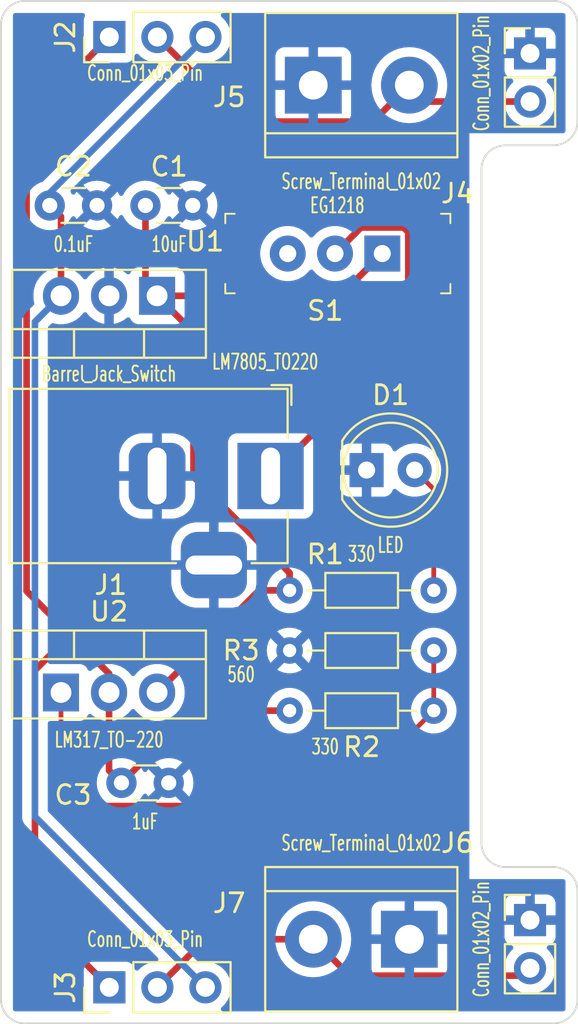
<source format=kicad_pcb>
(kicad_pcb (version 20221018) (generator pcbnew)
  (layers (0 "F.Cu" signal) (31 "B.Cu" signal) (34 "B.Paste" user) (35 "F.Paste" user) (36 "B.SilkS" user "B.Silkscreen") (37 "F.SilkS" user "F.Silkscreen") (38 "B.Mask" user) (39 "F.Mask" user) (44 "Edge.Cuts" user))
  (net 0 "")
  (net 1 "/12V")
  (net 2 "GND")
  (net 3 "/5V")
  (net 4 "/3V3")
  (net 5 "Net-(D1-A)")
  (net 6 "/PWR_input")
  (net 7 "/PWR_out1")
  (net 8 "/PWR_out2")
  (net 9 "Net-(U2-ADJ)")
  (footprint "Capacitor_THT:C_Disc_D3.0mm_W1.6mm_P2.50mm" (layer "F.Cu") (at 81.3 103.505)
    (fp_text reference "C3" (at -2.56 0.635) (layer "F.SilkS"))
    (fp_text value "1uF" (at 1.25 2.05) (layer "F.SilkS") (effects (font (size 0.8 0.5) (thickness 0.1))))
    (fp_line (start 0.621 -0.92) (end 1.879 -0.92) (stroke (width 0.12)) (layer "F.SilkS"))
    (fp_line (start 0.621 0.92) (end 1.879 0.92) (stroke (width 0.12)) (layer "F.SilkS"))
    (pad "1" thru_hole circle (at 0 0) (size 1.6 1.6) (drill 0.8) (layers "*.Cu" "*.Mask") (net 4 "/3V3"))
    (pad "2" thru_hole circle (at 2.5 0) (size 1.6 1.6) (drill 0.8) (layers "*.Cu" "*.Mask") (net 2 "GND"))
  )
  (footprint "Capacitor_THT:C_Disc_D3.0mm_W1.6mm_P2.50mm" (layer "F.Cu") (at 77.51 73.025)
    (fp_text reference "C2" (at 1.25 -2.05) (layer "F.SilkS"))
    (fp_text value "0.1uF" (at 1.25 2.05) (layer "F.SilkS") (effects (font (size 0.8 0.5) (thickness 0.1))))
    (fp_line (start 0.621 -0.92) (end 1.879 -0.92) (stroke (width 0.12)) (layer "F.SilkS"))
    (fp_line (start 0.621 0.92) (end 1.879 0.92) (stroke (width 0.12)) (layer "F.SilkS"))
    (pad "1" thru_hole circle (at 0 0) (size 1.6 1.6) (drill 0.8) (layers "*.Cu" "*.Mask") (net 3 "/5V"))
    (pad "2" thru_hole circle (at 2.5 0) (size 1.6 1.6) (drill 0.8) (layers "*.Cu" "*.Mask") (net 2 "GND"))
  )
  (footprint "Resistor_THT:R_Axial_DIN0204_L3.6mm_D1.6mm_P7.62mm_Horizontal" (layer "F.Cu") (at 97.81 93.345 180)
    (fp_text reference "R1" (at 5.735 1.905) (layer "F.SilkS"))
    (fp_text value "330" (at 3.81 1.92) (layer "F.SilkS") (effects (font (size 0.8 0.5) (thickness 0.1))))
    (fp_line (start 0.94 0) (end 1.89 0) (stroke (width 0.12)) (layer "F.SilkS"))
    (fp_line (start 1.89 -0.92) (end 1.89 0.92) (stroke (width 0.12)) (layer "F.SilkS"))
    (fp_line (start 1.89 0.92) (end 5.73 0.92) (stroke (width 0.12)) (layer "F.SilkS"))
    (fp_line (start 5.73 -0.92) (end 1.89 -0.92) (stroke (width 0.12)) (layer "F.SilkS"))
    (fp_line (start 5.73 0.92) (end 5.73 -0.92) (stroke (width 0.12)) (layer "F.SilkS"))
    (fp_line (start 6.68 0) (end 5.73 0) (stroke (width 0.12)) (layer "F.SilkS"))
    (pad "1" thru_hole circle (at 0 0 180) (size 1.4 1.4) (drill 0.7) (layers "*.Cu" "*.Mask") (net 5 "Net-(D1-A)"))
    (pad "2" thru_hole oval (at 7.62 0 180) (size 1.4 1.4) (drill 0.7) (layers "*.Cu" "*.Mask") (net 1 "/12V"))
  )
  (footprint "Capacitor_THT:C_Disc_D3.0mm_W1.6mm_P2.50mm" (layer "F.Cu") (at 82.57 73.025)
    (fp_text reference "C1" (at 1.25 -2.05) (layer "F.SilkS"))
    (fp_text value "10uF" (at 1.25 2.05) (layer "F.SilkS") (effects (font (size 0.8 0.5) (thickness 0.1))))
    (fp_line (start 0.621 -0.92) (end 1.879 -0.92) (stroke (width 0.12)) (layer "F.SilkS"))
    (fp_line (start 0.621 0.92) (end 1.879 0.92) (stroke (width 0.12)) (layer "F.SilkS"))
    (pad "1" thru_hole circle (at 0 0) (size 1.6 1.6) (drill 0.8) (layers "*.Cu" "*.Mask") (net 1 "/12V"))
    (pad "2" thru_hole circle (at 2.5 0) (size 1.6 1.6) (drill 0.8) (layers "*.Cu" "*.Mask") (net 2 "GND"))
  )
  (footprint "Connector_PinHeader_2.54mm:PinHeader_1x02_P2.54mm_Vertical" (layer "F.Cu") (at 102.9 110.75)
    (fp_text reference "J6" (at -3.84 -4.07) (layer "F.SilkS"))
    (fp_text value "Conn_01x02_Pin" (at -2.57 1.01 90) (layer "F.SilkS") (effects (font (size 0.8 0.5) (thickness 0.1))))
    (fp_line (start -1.33 -1.33) (end 0 -1.33) (stroke (width 0.12)) (layer "F.SilkS"))
    (fp_line (start -1.33 0) (end -1.33 -1.33) (stroke (width 0.12)) (layer "F.SilkS"))
    (fp_line (start -1.33 1.27) (end -1.33 3.87) (stroke (width 0.12)) (layer "F.SilkS"))
    (fp_line (start -1.33 1.27) (end 1.33 1.27) (stroke (width 0.12)) (layer "F.SilkS"))
    (fp_line (start -1.33 3.87) (end 1.33 3.87) (stroke (width 0.12)) (layer "F.SilkS"))
    (fp_line (start 1.33 1.27) (end 1.33 3.87) (stroke (width 0.12)) (layer "F.SilkS"))
    (pad "1" thru_hole rect locked (at 0 0) (size 1.7 1.7) (drill 1) (layers "*.Cu" "*.Mask") (net 2 "GND"))
    (pad "2" thru_hole oval locked (at 0 2.54) (size 1.7 1.7) (drill 1) (layers "*.Cu" "*.Mask") (net 8 "/PWR_out2"))
  )
  (footprint "Connector_PinHeader_2.54mm:PinHeader_1x03_P2.54mm_Vertical" (layer "F.Cu") (at 80.66 64.135 90)
    (fp_text reference "J2" (at 0 -2.33 90) (layer "F.SilkS"))
    (fp_text value "Conn_01x03_Pin" (at -1.905 1.89) (layer "F.SilkS") (effects (font (size 0.8 0.5) (thickness 0.1))))
    (fp_line (start -1.33 -1.33) (end 0 -1.33) (stroke (width 0.12)) (layer "F.SilkS"))
    (fp_line (start -1.33 0) (end -1.33 -1.33) (stroke (width 0.12)) (layer "F.SilkS"))
    (fp_line (start -1.33 1.27) (end -1.33 6.41) (stroke (width 0.12)) (layer "F.SilkS"))
    (fp_line (start -1.33 1.27) (end 1.33 1.27) (stroke (width 0.12)) (layer "F.SilkS"))
    (fp_line (start -1.33 6.41) (end 1.33 6.41) (stroke (width 0.12)) (layer "F.SilkS"))
    (fp_line (start 1.33 1.27) (end 1.33 6.41) (stroke (width 0.12)) (layer "F.SilkS"))
    (pad "1" thru_hole rect (at 0 0 90) (size 1.7 1.7) (drill 1) (layers "*.Cu" "*.Mask") (net 4 "/3V3"))
    (pad "2" thru_hole oval (at 0 2.54 90) (size 1.7 1.7) (drill 1) (layers "*.Cu" "*.Mask") (net 7 "/PWR_out1"))
    (pad "3" thru_hole oval (at 0 5.08 90) (size 1.7 1.7) (drill 1) (layers "*.Cu" "*.Mask") (net 3 "/5V"))
  )
  (footprint "TerminalBlock:TerminalBlock_bornier-2_P5.08mm" (layer "F.Cu") (at 91.44 66.675)
    (fp_text reference "J5" (at -4.445 0.635) (layer "F.SilkS"))
    (fp_text value "Screw_Terminal_01x02" (at 2.54 5.08) (layer "F.SilkS") (effects (font (size 0.8 0.5) (thickness 0.1))))
    (fp_line (start -2.54 -3.81) (end -2.54 3.81) (stroke (width 0.12)) (layer "F.SilkS"))
    (fp_line (start -2.54 3.81) (end 7.62 3.81) (stroke (width 0.12)) (layer "F.SilkS"))
    (fp_line (start 7.62 -3.81) (end -2.54 -3.81) (stroke (width 0.12)) (layer "F.SilkS"))
    (fp_line (start 7.62 2.54) (end -2.54 2.54) (stroke (width 0.12)) (layer "F.SilkS"))
    (fp_line (start 7.62 3.81) (end 7.62 -3.81) (stroke (width 0.12)) (layer "F.SilkS"))
    (pad "1" thru_hole rect locked (at 0 0) (size 3 3) (drill 1.52) (layers "*.Cu" "*.Mask") (net 2 "GND"))
    (pad "2" thru_hole circle locked (at 5.08 0) (size 3 3) (drill 1.52) (layers "*.Cu" "*.Mask") (net 7 "/PWR_out1"))
  )
  (footprint "TerminalBlock:TerminalBlock_bornier-2_P5.08mm" (layer "F.Cu") (at 96.52 111.76 180)
    (fp_text reference "J7" (at 9.525 1.905) (layer "F.SilkS"))
    (fp_text value "Screw_Terminal_01x02" (at 2.54 5.08) (layer "F.SilkS") (effects (font (size 0.8 0.5) (thickness 0.1))))
    (fp_line (start -2.54 -3.81) (end -2.54 3.81) (stroke (width 0.12)) (layer "F.SilkS"))
    (fp_line (start -2.54 3.81) (end 7.62 3.81) (stroke (width 0.12)) (layer "F.SilkS"))
    (fp_line (start 7.62 -3.81) (end -2.54 -3.81) (stroke (width 0.12)) (layer "F.SilkS"))
    (fp_line (start 7.62 2.54) (end -2.54 2.54) (stroke (width 0.12)) (layer "F.SilkS"))
    (fp_line (start 7.62 3.81) (end 7.62 -3.81) (stroke (width 0.12)) (layer "F.SilkS"))
    (pad "1" thru_hole rect locked (at 0 0 180) (size 3 3) (drill 1.52) (layers "*.Cu" "*.Mask") (net 2 "GND"))
    (pad "2" thru_hole circle locked (at 5.08 0 180) (size 3 3) (drill 1.52) (layers "*.Cu" "*.Mask") (net 8 "/PWR_out2"))
  )
  (footprint "digikey-footprints:Switch_Slide_11.6x4mm_EG1218" (layer "F.Cu") (at 95.09 75.565 180)
    (fp_text reference "S1" (at 3.015 -3.02) (layer "F.SilkS"))
    (fp_text value "EG1218" (at 2.38 2.54) (layer "F.SilkS") (effects (font (size 0.8 0.5) (thickness 0.1))))
    (fp_line (start -3.6 -2.1) (end -3.6 -1.6) (stroke (width 0.1)) (layer "F.SilkS"))
    (fp_line (start -3.6 -2.1) (end -3.1 -2.1) (stroke (width 0.1)) (layer "F.SilkS"))
    (fp_line (start -3.6 2.1) (end -3.6 1.6) (stroke (width 0.1)) (layer "F.SilkS"))
    (fp_line (start -3.6 2.1) (end -3.1 2.1) (stroke (width 0.1)) (layer "F.SilkS"))
    (fp_line (start 8.3 -2.1) (end 7.8 -2.1) (stroke (width 0.1)) (layer "F.SilkS"))
    (fp_line (start 8.3 -2.1) (end 8.3 -1.6) (stroke (width 0.1)) (layer "F.SilkS"))
    (fp_line (start 8.3 2.1) (end 7.8 2.1) (stroke (width 0.1)) (layer "F.SilkS"))
    (fp_line (start 8.3 2.1) (end 8.3 1.6) (stroke (width 0.1)) (layer "F.SilkS"))
    (pad "1" thru_hole rect (at 0 0 180) (size 1.9 1.9) (drill 0.9) (layers "*.Cu" "*.Mask") (net 1 "/12V"))
    (pad "2" thru_hole circle (at 2.5 0 180) (size 1.9 1.9) (drill 0.9) (layers "*.Cu" "*.Mask") (net 6 "/PWR_input"))
    (pad "3" thru_hole circle (at 5 0 180) (size 1.9 1.9) (drill 0.9) (layers "*.Cu" "*.Mask"))
  )
  (footprint "Package_TO_SOT_THT:TO-220-3_Vertical" (layer "F.Cu") (at 83.185 77.795 180)
    (fp_text reference "U1" (at -2.54 2.865) (layer "F.SilkS"))
    (fp_text value "LM7805_TO220" (at -5.715 -3.485 180) (layer "F.SilkS") (effects (font (size 0.8 0.5) (thickness 0.1))))
    (fp_line (start -2.58 -3.27) (end -2.58 1.371) (stroke (width 0.12)) (layer "F.SilkS"))
    (fp_line (start -2.58 -3.27) (end 7.66 -3.27) (stroke (width 0.12)) (layer "F.SilkS"))
    (fp_line (start -2.58 -1.76) (end 7.66 -1.76) (stroke (width 0.12)) (layer "F.SilkS"))
    (fp_line (start -2.58 1.371) (end 7.66 1.371) (stroke (width 0.12)) (layer "F.SilkS"))
    (fp_line (start 0.69 -3.27) (end 0.69 -1.76) (stroke (width 0.12)) (layer "F.SilkS"))
    (fp_line (start 4.391 -3.27) (end 4.391 -1.76) (stroke (width 0.12)) (layer "F.SilkS"))
    (fp_line (start 7.66 -3.27) (end 7.66 1.371) (stroke (width 0.12)) (layer "F.SilkS"))
    (pad "1" thru_hole rect (at 0 0 180) (size 1.905 2) (drill 1.1) (layers "*.Cu" "*.Mask") (net 1 "/12V"))
    (pad "2" thru_hole oval (at 2.54 0 180) (size 1.905 2) (drill 1.1) (layers "*.Cu" "*.Mask") (net 2 "GND"))
    (pad "3" thru_hole oval (at 5.08 0 180) (size 1.905 2) (drill 1.1) (layers "*.Cu" "*.Mask") (net 3 "/5V"))
  )
  (footprint "Connector_PinHeader_2.54mm:PinHeader_1x02_P2.54mm_Vertical" (layer "F.Cu") (at 102.9 65)
    (fp_text reference "J4" (at -3.84 7.39) (layer "F.SilkS"))
    (fp_text value "Conn_01x02_Pin" (at -2.57 1.04 90) (layer "F.SilkS") (effects (font (size 0.8 0.5) (thickness 0.1))))
    (fp_line (start -1.33 -1.33) (end 0 -1.33) (stroke (width 0.12)) (layer "F.SilkS"))
    (fp_line (start -1.33 0) (end -1.33 -1.33) (stroke (width 0.12)) (layer "F.SilkS"))
    (fp_line (start -1.33 1.27) (end -1.33 3.87) (stroke (width 0.12)) (layer "F.SilkS"))
    (fp_line (start -1.33 1.27) (end 1.33 1.27) (stroke (width 0.12)) (layer "F.SilkS"))
    (fp_line (start -1.33 3.87) (end 1.33 3.87) (stroke (width 0.12)) (layer "F.SilkS"))
    (fp_line (start 1.33 1.27) (end 1.33 3.87) (stroke (width 0.12)) (layer "F.SilkS"))
    (pad "1" thru_hole rect locked (at 0 0) (size 1.7 1.7) (drill 1) (layers "*.Cu" "*.Mask") (net 2 "GND"))
    (pad "2" thru_hole oval locked (at 0 2.54) (size 1.7 1.7) (drill 1) (layers "*.Cu" "*.Mask") (net 7 "/PWR_out1"))
  )
  (footprint "Resistor_THT:R_Axial_DIN0204_L3.6mm_D1.6mm_P7.62mm_Horizontal" (layer "F.Cu") (at 97.81 99.695 180)
    (fp_text reference "R2" (at 3.81 -1.92) (layer "F.SilkS"))
    (fp_text value "330" (at 5.735 -1.905) (layer "F.SilkS") (effects (font (size 0.8 0.5) (thickness 0.1))))
    (fp_line (start 0.94 0) (end 1.89 0) (stroke (width 0.12)) (layer "F.SilkS"))
    (fp_line (start 1.89 -0.92) (end 1.89 0.92) (stroke (width 0.12)) (layer "F.SilkS"))
    (fp_line (start 1.89 0.92) (end 5.73 0.92) (stroke (width 0.12)) (layer "F.SilkS"))
    (fp_line (start 5.73 -0.92) (end 1.89 -0.92) (stroke (width 0.12)) (layer "F.SilkS"))
    (fp_line (start 5.73 0.92) (end 5.73 -0.92) (stroke (width 0.12)) (layer "F.SilkS"))
    (fp_line (start 6.68 0) (end 5.73 0) (stroke (width 0.12)) (layer "F.SilkS"))
    (pad "1" thru_hole circle (at 0 0 180) (size 1.4 1.4) (drill 0.7) (layers "*.Cu" "*.Mask") (net 9 "Net-(U2-ADJ)"))
    (pad "2" thru_hole oval (at 7.62 0 180) (size 1.4 1.4) (drill 0.7) (layers "*.Cu" "*.Mask") (net 4 "/3V3"))
  )
  (footprint "Connector_BarrelJack:BarrelJack_Horizontal" (layer "F.Cu") (at 89.185 87.3075)
    (fp_text reference "J1" (at -8.45 5.75) (layer "F.SilkS"))
    (fp_text value "Barrel_Jack_Switch" (at -8.54 -5.3925) (layer "F.SilkS") (effects (font (size 0.8 0.5) (thickness 0.1))))
    (fp_line (start -13.8 -4.6) (end 0.9 -4.6) (stroke (width 0.12)) (layer "F.SilkS"))
    (fp_line (start -13.8 4.6) (end -13.8 -4.6) (stroke (width 0.12)) (layer "F.SilkS"))
    (fp_line (start -5 4.6) (end -13.8 4.6) (stroke (width 0.12)) (layer "F.SilkS"))
    (fp_line (start 0.05 -4.8) (end 1.1 -4.8) (stroke (width 0.12)) (layer "F.SilkS"))
    (fp_line (start 0.9 -4.6) (end 0.9 -2) (stroke (width 0.12)) (layer "F.SilkS"))
    (fp_line (start 0.9 1.9) (end 0.9 4.6) (stroke (width 0.12)) (layer "F.SilkS"))
    (fp_line (start 0.9 4.6) (end -1 4.6) (stroke (width 0.12)) (layer "F.SilkS"))
    (fp_line (start 1.1 -3.75) (end 1.1 -4.8) (stroke (width 0.12)) (layer "F.SilkS"))
    (pad "1" thru_hole rect (at 0 0) (size 3.5 3.5) (drill oval 1 3) (layers "*.Cu" "*.Mask") (net 6 "/PWR_input"))
    (pad "2" thru_hole roundrect (at -6 0) (size 3 3.5) (drill oval 1 3) (layers "*.Cu" "*.Mask") (net 2 "GND"))
    (pad "3" thru_hole roundrect (at -3 4.7) (size 3.5 3.5) (drill oval 3 1) (layers "*.Cu" "*.Mask") (net 2 "GND"))
  )
  (footprint "Package_TO_SOT_THT:TO-220-3_Vertical" (layer "F.Cu") (at 78.105 98.735)
    (fp_text reference "U2" (at 2.54 -4.27) (layer "F.SilkS"))
    (fp_text value "LM317_TO-220" (at 2.54 2.5) (layer "F.SilkS") (effects (font (size 0.8 0.5) (thickness 0.1))))
    (fp_line (start -2.58 -3.27) (end -2.58 1.371) (stroke (width 0.12)) (layer "F.SilkS"))
    (fp_line (start -2.58 -3.27) (end 7.66 -3.27) (stroke (width 0.12)) (layer "F.SilkS"))
    (fp_line (start -2.58 -1.76) (end 7.66 -1.76) (stroke (width 0.12)) (layer "F.SilkS"))
    (fp_line (start -2.58 1.371) (end 7.66 1.371) (stroke (width 0.12)) (layer "F.SilkS"))
    (fp_line (start 0.69 -3.27) (end 0.69 -1.76) (stroke (width 0.12)) (layer "F.SilkS"))
    (fp_line (start 4.391 -3.27) (end 4.391 -1.76) (stroke (width 0.12)) (layer "F.SilkS"))
    (fp_line (start 7.66 -3.27) (end 7.66 1.371) (stroke (width 0.12)) (layer "F.SilkS"))
    (pad "1" thru_hole rect (at 0 0) (size 1.905 2) (drill 1.1) (layers "*.Cu" "*.Mask") (net 9 "Net-(U2-ADJ)"))
    (pad "2" thru_hole oval (at 2.54 0) (size 1.905 2) (drill 1.1) (layers "*.Cu" "*.Mask") (net 4 "/3V3"))
    (pad "3" thru_hole oval (at 5.08 0) (size 1.905 2) (drill 1.1) (layers "*.Cu" "*.Mask") (net 1 "/12V"))
  )
  (footprint "LED_THT:LED_D5.0mm" (layer "F.Cu") (at 94.26 86.995)
    (fp_text reference "D1" (at 1.27 -3.96) (layer "F.SilkS"))
    (fp_text value "LED" (at 1.27 3.96) (layer "F.SilkS") (effects (font (size 0.8 0.5) (thickness 0.1))))
    (fp_line (start -1.29 -1.545) (end -1.29 1.545) (stroke (width 0.12)) (layer "F.SilkS"))
    (fp_arc (start -1.29 -1.54483) (mid 2.072002 -2.880433) (end 4.26 0.000462) (stroke (width 0.12)) (layer "F.SilkS"))
    (fp_arc (start 4.26 -0.000462) (mid 2.072002 2.880433) (end -1.29 1.54483) (stroke (width 0.12)) (layer "F.SilkS"))
    (fp_circle (center 1.27 0) (end 3.77 0) (stroke (width 0.12)) (fill none) (layer "F.SilkS"))
    (pad "1" thru_hole rect (at 0 0) (size 1.8 1.8) (drill 0.9) (layers "*.Cu" "*.Mask") (net 2 "GND"))
    (pad "2" thru_hole circle (at 2.54 0) (size 1.8 1.8) (drill 0.9) (layers "*.Cu" "*.Mask") (net 5 "Net-(D1-A)"))
  )
  (footprint "Connector_PinHeader_2.54mm:PinHeader_1x03_P2.54mm_Vertical" (layer "F.Cu") (at 80.66 114.3 90)
    (fp_text reference "J3" (at 0 -2.33 90) (layer "F.SilkS"))
    (fp_text value "Conn_01x03_Pin" (at 2.54 1.89) (layer "F.SilkS") (effects (font (size 0.8 0.5) (thickness 0.1))))
    (fp_line (start -1.33 -1.33) (end 0 -1.33) (stroke (width 0.12)) (layer "F.SilkS"))
    (fp_line (start -1.33 0) (end -1.33 -1.33) (stroke (width 0.12)) (layer "F.SilkS"))
    (fp_line (start -1.33 1.27) (end -1.33 6.41) (stroke (width 0.12)) (layer "F.SilkS"))
    (fp_line (start -1.33 1.27) (end 1.33 1.27) (stroke (width 0.12)) (layer "F.SilkS"))
    (fp_line (start -1.33 6.41) (end 1.33 6.41) (stroke (width 0.12)) (layer "F.SilkS"))
    (fp_line (start 1.33 1.27) (end 1.33 6.41) (stroke (width 0.12)) (layer "F.SilkS"))
    (pad "1" thru_hole rect (at 0 0 90) (size 1.7 1.7) (drill 1) (layers "*.Cu" "*.Mask") (net 4 "/3V3"))
    (pad "2" thru_hole oval (at 0 2.54 90) (size 1.7 1.7) (drill 1) (layers "*.Cu" "*.Mask") (net 8 "/PWR_out2"))
    (pad "3" thru_hole oval (at 0 5.08 90) (size 1.7 1.7) (drill 1) (layers "*.Cu" "*.Mask") (net 3 "/5V"))
  )
  (footprint "Resistor_THT:R_Axial_DIN0204_L3.6mm_D1.6mm_P7.62mm_Horizontal" (layer "F.Cu") (at 90.19 96.52)
    (fp_text reference "R3" (at -2.56 0) (layer "F.SilkS"))
    (fp_text value "560" (at -2.56 1.27) (layer "F.SilkS") (effects (font (size 0.8 0.5) (thickness 0.1))))
    (fp_line (start 0.94 0) (end 1.89 0) (stroke (width 0.12)) (layer "F.SilkS"))
    (fp_line (start 1.89 -0.92) (end 1.89 0.92) (stroke (width 0.12)) (layer "F.SilkS"))
    (fp_line (start 1.89 0.92) (end 5.73 0.92) (stroke (width 0.12)) (layer "F.SilkS"))
    (fp_line (start 5.73 -0.92) (end 1.89 -0.92) (stroke (width 0.12)) (layer "F.SilkS"))
    (fp_line (start 5.73 0.92) (end 5.73 -0.92) (stroke (width 0.12)) (layer "F.SilkS"))
    (fp_line (start 6.68 0) (end 5.73 0) (stroke (width 0.12)) (layer "F.SilkS"))
    (pad "1" thru_hole circle (at 0 0) (size 1.4 1.4) (drill 0.7) (layers "*.Cu" "*.Mask") (net 2 "GND"))
    (pad "2" thru_hole oval (at 7.62 0) (size 1.4 1.4) (drill 0.7) (layers "*.Cu" "*.Mask") (net 9 "Net-(U2-ADJ)"))
  )
  (gr_line (start 100.33 106.68) (end 100.33 71.12) (stroke (width 0.1)) (layer "Edge.Cuts"))
  (gr_arc (start 100.33 71.12) (mid 100.701974 70.221974) (end 101.6 69.85) (stroke (width 0.1)) (layer "Edge.Cuts"))
  (gr_arc (start 101.6 107.95) (mid 100.701974 107.578026) (end 100.33 106.68) (stroke (width 0.1)) (layer "Edge.Cuts"))
  (gr_line (start 104.14 107.95) (end 101.6 107.95) (stroke (width 0.1)) (layer "Edge.Cuts"))
  (gr_line (start 105.41 114.935) (end 105.41 109.22) (stroke (width 0.1)) (layer "Edge.Cuts"))
  (gr_arc (start 105.41 68.58) (mid 105.038026 69.478026) (end 104.14 69.85) (stroke (width 0.1)) (layer "Edge.Cuts"))
  (gr_line (start 104.14 62.23) (end 76.2 62.23) (stroke (width 0.1)) (layer "Edge.Cuts"))
  (gr_arc (start 76.2 116.205) (mid 75.301974 115.833026) (end 74.93 114.935) (stroke (width 0.1)) (layer "Edge.Cuts"))
  (gr_arc (start 104.14 107.95) (mid 105.038026 108.321974) (end 105.41 109.22) (stroke (width 0.1)) (layer "Edge.Cuts"))
  (gr_line (start 105.41 68.58) (end 105.41 63.5) (stroke (width 0.1)) (layer "Edge.Cuts"))
  (gr_line (start 74.93 63.5) (end 74.93 114.935) (stroke (width 0.1)) (layer "Edge.Cuts"))
  (gr_line (start 76.2 116.205) (end 104.14 116.205) (stroke (width 0.1)) (layer "Edge.Cuts"))
  (gr_arc (start 74.93 63.5) (mid 75.301974 62.601974) (end 76.2 62.23) (stroke (width 0.1)) (layer "Edge.Cuts"))
  (gr_arc (start 104.14 62.23) (mid 105.038026 62.601974) (end 105.41 63.5) (stroke (width 0.1)) (layer "Edge.Cuts"))
  (gr_line (start 101.6 69.85) (end 104.14 69.85) (stroke (width 0.1)) (layer "Edge.Cuts"))
  (gr_arc (start 105.41 114.935) (mid 105.038026 115.833026) (end 104.14 116.205) (stroke (width 0.1)) (layer "Edge.Cuts"))
  (segment (start 85.11 79.72) (end 83.185 77.795) (width 0.35) (layer "F.Cu") (net 1))
  (segment (start 85.11 87.344022) (end 85.11 79.72) (width 0.35) (layer "F.Cu") (net 1))
  (segment (start 95.09 75.565) (end 92.86 77.795) (width 0.35) (layer "F.Cu") (net 1))
  (segment (start 88.575 93.345) (end 83.185 98.735) (width 0.35) (layer "F.Cu") (net 1))
  (segment (start 82.57 77.18) (end 83.185 77.795) (width 0.35) (layer "F.Cu") (net 1))
  (segment (start 90.19 93.345) (end 88.575 93.345) (width 0.35) (layer "F.Cu") (net 1))
  (segment (start 90.19 92.424022) (end 85.11 87.344022) (width 0.35) (layer "F.Cu") (net 1))
  (segment (start 90.19 93.345) (end 90.19 92.424022) (width 0.35) (layer "F.Cu") (net 1))
  (segment (start 92.86 77.795) (end 83.185 77.795) (width 0.35) (layer "F.Cu") (net 1))
  (segment (start 82.57 73.025) (end 82.57 77.18) (width 0.35) (layer "F.Cu") (net 1))
  (segment (start 78.105 73.62) (end 77.51 73.025) (width 0.35) (layer "F.Cu") (net 3))
  (segment (start 78.105 77.795) (end 78.105 73.62) (width 0.35) (layer "F.Cu") (net 3))
  (segment (start 76.7275 79.1725) (end 78.105 77.795) (width 0.35) (layer "B.Cu") (net 3))
  (segment (start 76.7275 105.2875) (end 76.7275 79.1725) (width 0.35) (layer "B.Cu") (net 3))
  (segment (start 85.74 64.135) (end 77.51 72.365) (width 0.35) (layer "B.Cu") (net 3))
  (segment (start 77.51 72.365) (end 77.51 73.025) (width 0.35) (layer "B.Cu") (net 3))
  (segment (start 85.74 114.3) (end 76.7275 105.2875) (width 0.35) (layer "B.Cu") (net 3))
  (segment (start 77.792123 96.494335) (end 79.400665 96.494335) (width 0.35) (layer "F.Cu") (net 4))
  (segment (start 76.7275 110.3675) (end 76.7275 97.558958) (width 0.35) (layer "F.Cu") (net 4))
  (segment (start 79.400665 96.494335) (end 80.645 97.73867) (width 0.35) (layer "F.Cu") (net 4))
  (segment (start 80.645 102.85) (end 81.3 103.505) (width 0.35) (layer "F.Cu") (net 4))
  (segment (start 76.285 68.51) (end 76.285 93.37867) (width 0.35) (layer "F.Cu") (net 4))
  (segment (start 80.66 114.3) (end 76.7275 110.3675) (width 0.35) (layer "F.Cu") (net 4))
  (segment (start 76.285 93.37867) (end 79.400665 96.494335) (width 0.35) (layer "F.Cu") (net 4))
  (segment (start 81.3 103.505) (end 85.11 99.695) (width 0.35) (layer "F.Cu") (net 4))
  (segment (start 80.645 97.73867) (end 80.645 98.735) (width 0.35) (layer "F.Cu") (net 4))
  (segment (start 80.645 98.735) (end 80.645 102.85) (width 0.35) (layer "F.Cu") (net 4))
  (segment (start 85.11 99.695) (end 90.19 99.695) (width 0.35) (layer "F.Cu") (net 4))
  (segment (start 80.66 64.135) (end 76.285 68.51) (width 0.35) (layer "F.Cu") (net 4))
  (segment (start 76.7275 97.558958) (end 77.792123 96.494335) (width 0.35) (layer "F.Cu") (net 4))
  (segment (start 97.81 88.005) (end 97.81 93.345) (width 0.25) (layer "F.Cu") (net 5))
  (segment (start 96.8 86.995) (end 97.81 88.005) (width 0.25) (layer "F.Cu") (net 5))
  (segment (start 96.465 80.0275) (end 89.185 87.3075) (width 0.35) (layer "F.Cu") (net 6))
  (segment (start 96.465 74.438958) (end 96.465 80.0275) (width 0.35) (layer "F.Cu") (net 6))
  (segment (start 96.216042 74.19) (end 96.465 74.438958) (width 0.35) (layer "F.Cu") (net 6))
  (segment (start 93.715 74.438958) (end 93.963958 74.19) (width 0.35) (layer "F.Cu") (net 6))
  (segment (start 93.963958 74.19) (end 96.216042 74.19) (width 0.35) (layer "F.Cu") (net 6))
  (segment (start 93.715 74.44) (end 93.715 74.438958) (width 0.35) (layer "F.Cu") (net 6))
  (segment (start 92.59 75.565) (end 93.715 74.44) (width 0.35) (layer "F.Cu") (net 6))
  (segment (start 83.2 64.135) (end 87.665 68.6) (width 0.35) (layer "F.Cu") (net 7))
  (segment (start 87.665 68.6) (end 94.595 68.6) (width 0.35) (layer "F.Cu") (net 7))
  (segment (start 102.9 67.54) (end 97.385 67.54) (width 0.35) (layer "F.Cu") (net 7))
  (segment (start 94.595 68.6) (end 96.52 66.675) (width 0.35) (layer "F.Cu") (net 7))
  (segment (start 97.385 67.54) (end 96.52 66.675) (width 0.35) (layer "F.Cu") (net 7))
  (segment (start 85.74 111.76) (end 91.44 111.76) (width 0.35) (layer "F.Cu") (net 8))
  (segment (start 102.505 113.685) (end 102.9 113.29) (width 0.35) (layer "F.Cu") (net 8))
  (segment (start 83.2 114.3) (end 85.74 111.76) (width 0.35) (layer "F.Cu") (net 8))
  (segment (start 91.44 111.76) (end 93.365 113.685) (width 0.35) (layer "F.Cu") (net 8))
  (segment (start 93.365 113.685) (end 102.505 113.685) (width 0.35) (layer "F.Cu") (net 8))
  (segment (start 97.81 99.695) (end 92.825 104.68) (width 0.25) (layer "F.Cu") (net 9))
  (segment (start 78.105 104.14) (end 78.105 98.735) (width 0.25) (layer "F.Cu") (net 9))
  (segment (start 97.81 96.52) (end 97.81 99.695) (width 0.25) (layer "F.Cu") (net 9))
  (segment (start 92.825 104.68) (end 78.645 104.68) (width 0.25) (layer "F.Cu") (net 9))
  (segment (start 78.645 104.68) (end 78.105 104.14) (width 0.25) (layer "F.Cu") (net 9))
  (zone (net 2) (net_name "GND") (layer "B.Cu") (connect_pads (clearance 0.5)) (min_thickness 0.25) (fill yes (thermal_gap 0.5) (thermal_bridge_width 0.5))
    (polygon (pts (xy 104.775 62.865) (xy 75.565 62.865) (xy 75.565 115.57) (xy 104.775 115.57) (xy 104.775 108.585) (xy 99.695 108.585) (xy 99.695 69.215) (xy 104.775 69.215)))
  )
)
</source>
